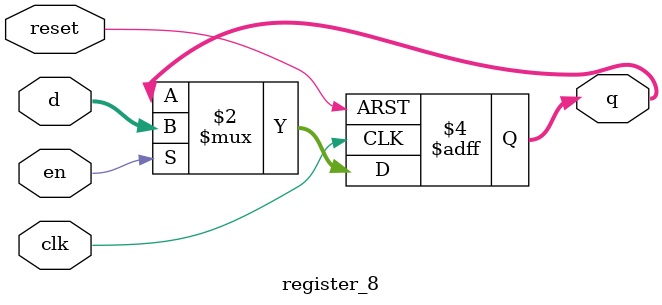
<source format=sv>
module register_8(
    input logic clk, reset, en,
    input logic [7:0] d,
    output logic [7:0] q
    );
    
    always_ff @(posedge clk, posedge reset)
    begin
        if(reset)
            q <= 0;
        else if(en)
            q <= d;
    end
endmodule

</source>
